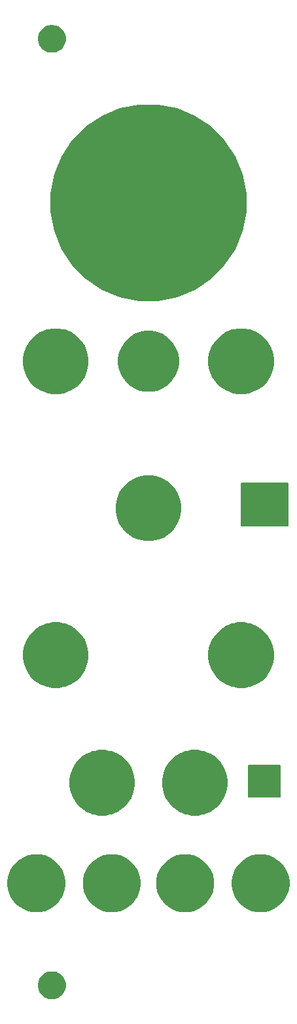
<source format=gbs>
G04 #@! TF.GenerationSoftware,KiCad,Pcbnew,(5.0.2)-1*
G04 #@! TF.CreationDate,2019-04-06T19:17:51+02:00*
G04 #@! TF.ProjectId,Corona_panel,436f726f-6e61-45f7-9061-6e656c2e6b69,1*
G04 #@! TF.SameCoordinates,Original*
G04 #@! TF.FileFunction,Soldermask,Bot*
G04 #@! TF.FilePolarity,Negative*
%FSLAX46Y46*%
G04 Gerber Fmt 4.6, Leading zero omitted, Abs format (unit mm)*
G04 Created by KiCad (PCBNEW (5.0.2)-1) date 6-4-2019 19:17:51*
%MOMM*%
%LPD*%
G01*
G04 APERTURE LIST*
%ADD10C,0.150000*%
%ADD11C,0.100000*%
G04 APERTURE END LIST*
D10*
G36*
X33000000Y-97000000D02*
X37000000Y-97000000D01*
X37000000Y-101000000D01*
X33000000Y-101000000D01*
X33000000Y-97000000D01*
G37*
X33000000Y-97000000D02*
X37000000Y-97000000D01*
X37000000Y-101000000D01*
X33000000Y-101000000D01*
X33000000Y-97000000D01*
G36*
X32000000Y-60500000D02*
X38000000Y-60500000D01*
X38000000Y-66000000D01*
X32000000Y-66000000D01*
X32000000Y-60500000D01*
G37*
X32000000Y-60500000D02*
X38000000Y-60500000D01*
X38000000Y-66000000D01*
X32000000Y-66000000D01*
X32000000Y-60500000D01*
D11*
G36*
X7909122Y-123646115D02*
X8025041Y-123669173D01*
X8352620Y-123804861D01*
X8643511Y-123999228D01*
X8647436Y-124001851D01*
X8898149Y-124252564D01*
X9095140Y-124547382D01*
X9230827Y-124874960D01*
X9300000Y-125222714D01*
X9300000Y-125577286D01*
X9230827Y-125925040D01*
X9095140Y-126252618D01*
X8898149Y-126547436D01*
X8647436Y-126798149D01*
X8647433Y-126798151D01*
X8352620Y-126995139D01*
X8025041Y-127130827D01*
X7909122Y-127153885D01*
X7677286Y-127200000D01*
X7322714Y-127200000D01*
X7090878Y-127153885D01*
X6974959Y-127130827D01*
X6647380Y-126995139D01*
X6352567Y-126798151D01*
X6352564Y-126798149D01*
X6101851Y-126547436D01*
X5904860Y-126252618D01*
X5769173Y-125925040D01*
X5700000Y-125577286D01*
X5700000Y-125222714D01*
X5769173Y-124874960D01*
X5904860Y-124547382D01*
X6101851Y-124252564D01*
X6352564Y-124001851D01*
X6356489Y-123999228D01*
X6647380Y-123804861D01*
X6974959Y-123669173D01*
X7090878Y-123646115D01*
X7322714Y-123600000D01*
X7677286Y-123600000D01*
X7909122Y-123646115D01*
X7909122Y-123646115D01*
G37*
G36*
X34972440Y-108470507D02*
X35593835Y-108594110D01*
X36276291Y-108876793D01*
X36890486Y-109287185D01*
X37412815Y-109809514D01*
X37823207Y-110423709D01*
X38105890Y-111106165D01*
X38250000Y-111830657D01*
X38250000Y-112569343D01*
X38105890Y-113293835D01*
X37823207Y-113976291D01*
X37412815Y-114590486D01*
X36890486Y-115112815D01*
X36276291Y-115523207D01*
X35593835Y-115805890D01*
X34972440Y-115929493D01*
X34869344Y-115950000D01*
X34130656Y-115950000D01*
X34027560Y-115929493D01*
X33406165Y-115805890D01*
X32723709Y-115523207D01*
X32109514Y-115112815D01*
X31587185Y-114590486D01*
X31176793Y-113976291D01*
X30894110Y-113293835D01*
X30750000Y-112569343D01*
X30750000Y-111830657D01*
X30894110Y-111106165D01*
X31176793Y-110423709D01*
X31587185Y-109809514D01*
X32109514Y-109287185D01*
X32723709Y-108876793D01*
X33406165Y-108594110D01*
X34027560Y-108470507D01*
X34130656Y-108450000D01*
X34869344Y-108450000D01*
X34972440Y-108470507D01*
X34972440Y-108470507D01*
G37*
G36*
X15722440Y-108470507D02*
X16343835Y-108594110D01*
X17026291Y-108876793D01*
X17640486Y-109287185D01*
X18162815Y-109809514D01*
X18573207Y-110423709D01*
X18855890Y-111106165D01*
X19000000Y-111830657D01*
X19000000Y-112569343D01*
X18855890Y-113293835D01*
X18573207Y-113976291D01*
X18162815Y-114590486D01*
X17640486Y-115112815D01*
X17026291Y-115523207D01*
X16343835Y-115805890D01*
X15722440Y-115929493D01*
X15619344Y-115950000D01*
X14880656Y-115950000D01*
X14777560Y-115929493D01*
X14156165Y-115805890D01*
X13473709Y-115523207D01*
X12859514Y-115112815D01*
X12337185Y-114590486D01*
X11926793Y-113976291D01*
X11644110Y-113293835D01*
X11500000Y-112569343D01*
X11500000Y-111830657D01*
X11644110Y-111106165D01*
X11926793Y-110423709D01*
X12337185Y-109809514D01*
X12859514Y-109287185D01*
X13473709Y-108876793D01*
X14156165Y-108594110D01*
X14777560Y-108470507D01*
X14880656Y-108450000D01*
X15619344Y-108450000D01*
X15722440Y-108470507D01*
X15722440Y-108470507D01*
G37*
G36*
X5972440Y-108470507D02*
X6593835Y-108594110D01*
X7276291Y-108876793D01*
X7890486Y-109287185D01*
X8412815Y-109809514D01*
X8823207Y-110423709D01*
X9105890Y-111106165D01*
X9250000Y-111830657D01*
X9250000Y-112569343D01*
X9105890Y-113293835D01*
X8823207Y-113976291D01*
X8412815Y-114590486D01*
X7890486Y-115112815D01*
X7276291Y-115523207D01*
X6593835Y-115805890D01*
X5972440Y-115929493D01*
X5869344Y-115950000D01*
X5130656Y-115950000D01*
X5027560Y-115929493D01*
X4406165Y-115805890D01*
X3723709Y-115523207D01*
X3109514Y-115112815D01*
X2587185Y-114590486D01*
X2176793Y-113976291D01*
X1894110Y-113293835D01*
X1750000Y-112569343D01*
X1750000Y-111830657D01*
X1894110Y-111106165D01*
X2176793Y-110423709D01*
X2587185Y-109809514D01*
X3109514Y-109287185D01*
X3723709Y-108876793D01*
X4406165Y-108594110D01*
X5027560Y-108470507D01*
X5130656Y-108450000D01*
X5869344Y-108450000D01*
X5972440Y-108470507D01*
X5972440Y-108470507D01*
G37*
G36*
X25222440Y-108470507D02*
X25843835Y-108594110D01*
X26526291Y-108876793D01*
X27140486Y-109287185D01*
X27662815Y-109809514D01*
X28073207Y-110423709D01*
X28355890Y-111106165D01*
X28500000Y-111830657D01*
X28500000Y-112569343D01*
X28355890Y-113293835D01*
X28073207Y-113976291D01*
X27662815Y-114590486D01*
X27140486Y-115112815D01*
X26526291Y-115523207D01*
X25843835Y-115805890D01*
X25222440Y-115929493D01*
X25119344Y-115950000D01*
X24380656Y-115950000D01*
X24277560Y-115929493D01*
X23656165Y-115805890D01*
X22973709Y-115523207D01*
X22359514Y-115112815D01*
X21837185Y-114590486D01*
X21426793Y-113976291D01*
X21144110Y-113293835D01*
X21000000Y-112569343D01*
X21000000Y-111830657D01*
X21144110Y-111106165D01*
X21426793Y-110423709D01*
X21837185Y-109809514D01*
X22359514Y-109287185D01*
X22973709Y-108876793D01*
X23656165Y-108594110D01*
X24277560Y-108470507D01*
X24380656Y-108450000D01*
X25119344Y-108450000D01*
X25222440Y-108470507D01*
X25222440Y-108470507D01*
G37*
G36*
X14965982Y-95058883D02*
X15239679Y-95113325D01*
X15560052Y-95246028D01*
X16013129Y-95433698D01*
X16709220Y-95898811D01*
X17301189Y-96490780D01*
X17766302Y-97186871D01*
X18086675Y-97960322D01*
X18250000Y-98781410D01*
X18250000Y-99618590D01*
X18086675Y-100439678D01*
X17766302Y-101213129D01*
X17301189Y-101909220D01*
X16709220Y-102501189D01*
X16013129Y-102966302D01*
X15560052Y-103153972D01*
X15239679Y-103286675D01*
X14965982Y-103341117D01*
X14418590Y-103450000D01*
X13581410Y-103450000D01*
X13034018Y-103341117D01*
X12760321Y-103286675D01*
X12439948Y-103153972D01*
X11986871Y-102966302D01*
X11290780Y-102501189D01*
X10698811Y-101909220D01*
X10233698Y-101213129D01*
X9913325Y-100439678D01*
X9750000Y-99618590D01*
X9750000Y-98781410D01*
X9913325Y-97960322D01*
X10233698Y-97186871D01*
X10698811Y-96490780D01*
X11290780Y-95898811D01*
X11986871Y-95433698D01*
X12439948Y-95246028D01*
X12760321Y-95113325D01*
X13034018Y-95058883D01*
X13581410Y-94950000D01*
X14418590Y-94950000D01*
X14965982Y-95058883D01*
X14965982Y-95058883D01*
G37*
G36*
X26965982Y-95058883D02*
X27239679Y-95113325D01*
X27560052Y-95246028D01*
X28013129Y-95433698D01*
X28709220Y-95898811D01*
X29301189Y-96490780D01*
X29766302Y-97186871D01*
X30086675Y-97960322D01*
X30250000Y-98781410D01*
X30250000Y-99618590D01*
X30086675Y-100439678D01*
X29766302Y-101213129D01*
X29301189Y-101909220D01*
X28709220Y-102501189D01*
X28013129Y-102966302D01*
X27560052Y-103153972D01*
X27239679Y-103286675D01*
X26965982Y-103341117D01*
X26418590Y-103450000D01*
X25581410Y-103450000D01*
X25034018Y-103341117D01*
X24760321Y-103286675D01*
X24439948Y-103153972D01*
X23986871Y-102966302D01*
X23290780Y-102501189D01*
X22698811Y-101909220D01*
X22233698Y-101213129D01*
X21913325Y-100439678D01*
X21750000Y-99618590D01*
X21750000Y-98781410D01*
X21913325Y-97960322D01*
X22233698Y-97186871D01*
X22698811Y-96490780D01*
X23290780Y-95898811D01*
X23986871Y-95433698D01*
X24439948Y-95246028D01*
X24760321Y-95113325D01*
X25034018Y-95058883D01*
X25581410Y-94950000D01*
X26418590Y-94950000D01*
X26965982Y-95058883D01*
X26965982Y-95058883D01*
G37*
G36*
X32965982Y-78558883D02*
X33239679Y-78613325D01*
X33560052Y-78746028D01*
X34013129Y-78933698D01*
X34709220Y-79398811D01*
X35301189Y-79990780D01*
X35766302Y-80686871D01*
X36086675Y-81460322D01*
X36250000Y-82281410D01*
X36250000Y-83118590D01*
X36086675Y-83939678D01*
X35766302Y-84713129D01*
X35301189Y-85409220D01*
X34709220Y-86001189D01*
X34013129Y-86466302D01*
X33560052Y-86653972D01*
X33239679Y-86786675D01*
X32965982Y-86841117D01*
X32418590Y-86950000D01*
X31581410Y-86950000D01*
X31034018Y-86841117D01*
X30760321Y-86786675D01*
X30439948Y-86653972D01*
X29986871Y-86466302D01*
X29290780Y-86001189D01*
X28698811Y-85409220D01*
X28233698Y-84713129D01*
X27913325Y-83939678D01*
X27750000Y-83118590D01*
X27750000Y-82281410D01*
X27913325Y-81460322D01*
X28233698Y-80686871D01*
X28698811Y-79990780D01*
X29290780Y-79398811D01*
X29986871Y-78933698D01*
X30439948Y-78746028D01*
X30760321Y-78613325D01*
X31034018Y-78558883D01*
X31581410Y-78450000D01*
X32418590Y-78450000D01*
X32965982Y-78558883D01*
X32965982Y-78558883D01*
G37*
G36*
X8965982Y-78558883D02*
X9239679Y-78613325D01*
X9560052Y-78746028D01*
X10013129Y-78933698D01*
X10709220Y-79398811D01*
X11301189Y-79990780D01*
X11766302Y-80686871D01*
X12086675Y-81460322D01*
X12250000Y-82281410D01*
X12250000Y-83118590D01*
X12086675Y-83939678D01*
X11766302Y-84713129D01*
X11301189Y-85409220D01*
X10709220Y-86001189D01*
X10013129Y-86466302D01*
X9560052Y-86653972D01*
X9239679Y-86786675D01*
X8965982Y-86841117D01*
X8418590Y-86950000D01*
X7581410Y-86950000D01*
X7034018Y-86841117D01*
X6760321Y-86786675D01*
X6439948Y-86653972D01*
X5986871Y-86466302D01*
X5290780Y-86001189D01*
X4698811Y-85409220D01*
X4233698Y-84713129D01*
X3913325Y-83939678D01*
X3750000Y-83118590D01*
X3750000Y-82281410D01*
X3913325Y-81460322D01*
X4233698Y-80686871D01*
X4698811Y-79990780D01*
X5290780Y-79398811D01*
X5986871Y-78933698D01*
X6439948Y-78746028D01*
X6760321Y-78613325D01*
X7034018Y-78558883D01*
X7581410Y-78450000D01*
X8418590Y-78450000D01*
X8965982Y-78558883D01*
X8965982Y-78558883D01*
G37*
G36*
X20965982Y-59558883D02*
X21239679Y-59613325D01*
X21560052Y-59746028D01*
X22013129Y-59933698D01*
X22709220Y-60398811D01*
X23301189Y-60990780D01*
X23766302Y-61686871D01*
X24086675Y-62460322D01*
X24250000Y-63281410D01*
X24250000Y-64118590D01*
X24086675Y-64939678D01*
X23766302Y-65713129D01*
X23301189Y-66409220D01*
X22709220Y-67001189D01*
X22013129Y-67466302D01*
X21560052Y-67653972D01*
X21239679Y-67786675D01*
X20965982Y-67841117D01*
X20418590Y-67950000D01*
X19581410Y-67950000D01*
X19034018Y-67841117D01*
X18760321Y-67786675D01*
X18439948Y-67653972D01*
X17986871Y-67466302D01*
X17290780Y-67001189D01*
X16698811Y-66409220D01*
X16233698Y-65713129D01*
X15913325Y-64939678D01*
X15750000Y-64118590D01*
X15750000Y-63281410D01*
X15913325Y-62460322D01*
X16233698Y-61686871D01*
X16698811Y-60990780D01*
X17290780Y-60398811D01*
X17986871Y-59933698D01*
X18439948Y-59746028D01*
X18760321Y-59613325D01*
X19034018Y-59558883D01*
X19581410Y-59450000D01*
X20418590Y-59450000D01*
X20965982Y-59558883D01*
X20965982Y-59558883D01*
G37*
G36*
X8965982Y-40558883D02*
X9239679Y-40613325D01*
X9560052Y-40746028D01*
X10013129Y-40933698D01*
X10709220Y-41398811D01*
X11301189Y-41990780D01*
X11766302Y-42686871D01*
X12086675Y-43460322D01*
X12250000Y-44281410D01*
X12250000Y-45118590D01*
X12086675Y-45939678D01*
X11766302Y-46713129D01*
X11301189Y-47409220D01*
X10709220Y-48001189D01*
X10013129Y-48466302D01*
X9569642Y-48650000D01*
X9239679Y-48786675D01*
X8965982Y-48841117D01*
X8418590Y-48950000D01*
X7581410Y-48950000D01*
X7034018Y-48841117D01*
X6760321Y-48786675D01*
X6430358Y-48650000D01*
X5986871Y-48466302D01*
X5290780Y-48001189D01*
X4698811Y-47409220D01*
X4233698Y-46713129D01*
X3913325Y-45939678D01*
X3750000Y-45118590D01*
X3750000Y-44281410D01*
X3913325Y-43460322D01*
X4233698Y-42686871D01*
X4698811Y-41990780D01*
X5290780Y-41398811D01*
X5986871Y-40933698D01*
X6439948Y-40746028D01*
X6760321Y-40613325D01*
X7034018Y-40558883D01*
X7581410Y-40450000D01*
X8418590Y-40450000D01*
X8965982Y-40558883D01*
X8965982Y-40558883D01*
G37*
G36*
X32965982Y-40558883D02*
X33239679Y-40613325D01*
X33560052Y-40746028D01*
X34013129Y-40933698D01*
X34709220Y-41398811D01*
X35301189Y-41990780D01*
X35766302Y-42686871D01*
X36086675Y-43460322D01*
X36250000Y-44281410D01*
X36250000Y-45118590D01*
X36086675Y-45939678D01*
X35766302Y-46713129D01*
X35301189Y-47409220D01*
X34709220Y-48001189D01*
X34013129Y-48466302D01*
X33569642Y-48650000D01*
X33239679Y-48786675D01*
X32965982Y-48841117D01*
X32418590Y-48950000D01*
X31581410Y-48950000D01*
X31034018Y-48841117D01*
X30760321Y-48786675D01*
X30430358Y-48650000D01*
X29986871Y-48466302D01*
X29290780Y-48001189D01*
X28698811Y-47409220D01*
X28233698Y-46713129D01*
X27913325Y-45939678D01*
X27750000Y-45118590D01*
X27750000Y-44281410D01*
X27913325Y-43460322D01*
X28233698Y-42686871D01*
X28698811Y-41990780D01*
X29290780Y-41398811D01*
X29986871Y-40933698D01*
X30439948Y-40746028D01*
X30760321Y-40613325D01*
X31034018Y-40558883D01*
X31581410Y-40450000D01*
X32418590Y-40450000D01*
X32965982Y-40558883D01*
X32965982Y-40558883D01*
G37*
G36*
X21152172Y-40901796D02*
X21871025Y-41199555D01*
X22517981Y-41631837D01*
X23068163Y-42182019D01*
X23500445Y-42828975D01*
X23798204Y-43547828D01*
X23950000Y-44310958D01*
X23950000Y-45089042D01*
X23798204Y-45852172D01*
X23500445Y-46571025D01*
X23068163Y-47217981D01*
X22517981Y-47768163D01*
X21871025Y-48200445D01*
X21152172Y-48498204D01*
X20389042Y-48650000D01*
X19610958Y-48650000D01*
X18847828Y-48498204D01*
X18128975Y-48200445D01*
X17482019Y-47768163D01*
X16931837Y-47217981D01*
X16499555Y-46571025D01*
X16201796Y-45852172D01*
X16050000Y-45089042D01*
X16050000Y-44310958D01*
X16201796Y-43547828D01*
X16499555Y-42828975D01*
X16931837Y-42182019D01*
X17482019Y-41631837D01*
X18128975Y-41199555D01*
X18847828Y-40901796D01*
X19610958Y-40750000D01*
X20389042Y-40750000D01*
X21152172Y-40901796D01*
X21152172Y-40901796D01*
G37*
G36*
X23704453Y-11988053D02*
X26015705Y-12945405D01*
X28095781Y-14335268D01*
X29864732Y-16104219D01*
X31254595Y-18184295D01*
X32211947Y-20495547D01*
X32700000Y-22949158D01*
X32700000Y-25450842D01*
X32211947Y-27904453D01*
X31254595Y-30215705D01*
X29864732Y-32295781D01*
X28095781Y-34064732D01*
X26015705Y-35454595D01*
X23704453Y-36411947D01*
X21250842Y-36900000D01*
X18749158Y-36900000D01*
X16295547Y-36411947D01*
X13984295Y-35454595D01*
X11904219Y-34064732D01*
X10135268Y-32295781D01*
X8745405Y-30215705D01*
X7788053Y-27904453D01*
X7300000Y-25450842D01*
X7300000Y-22949158D01*
X7788053Y-20495547D01*
X8745405Y-18184295D01*
X10135268Y-16104219D01*
X11904219Y-14335268D01*
X13984295Y-12945405D01*
X16295547Y-11988053D01*
X18749158Y-11500000D01*
X21250842Y-11500000D01*
X23704453Y-11988053D01*
X23704453Y-11988053D01*
G37*
G36*
X7909122Y-1246115D02*
X8025041Y-1269173D01*
X8352620Y-1404861D01*
X8643511Y-1599228D01*
X8647436Y-1601851D01*
X8898149Y-1852564D01*
X9095140Y-2147382D01*
X9230827Y-2474960D01*
X9300000Y-2822714D01*
X9300000Y-3177286D01*
X9230827Y-3525040D01*
X9095140Y-3852618D01*
X8898149Y-4147436D01*
X8647436Y-4398149D01*
X8647433Y-4398151D01*
X8352620Y-4595139D01*
X8025041Y-4730827D01*
X7909122Y-4753885D01*
X7677286Y-4800000D01*
X7322714Y-4800000D01*
X7090878Y-4753885D01*
X6974959Y-4730827D01*
X6647380Y-4595139D01*
X6352567Y-4398151D01*
X6352564Y-4398149D01*
X6101851Y-4147436D01*
X5904860Y-3852618D01*
X5769173Y-3525040D01*
X5700000Y-3177286D01*
X5700000Y-2822714D01*
X5769173Y-2474960D01*
X5904860Y-2147382D01*
X6101851Y-1852564D01*
X6352564Y-1601851D01*
X6356489Y-1599228D01*
X6647380Y-1404861D01*
X6974959Y-1269173D01*
X7090878Y-1246115D01*
X7322714Y-1200000D01*
X7677286Y-1200000D01*
X7909122Y-1246115D01*
X7909122Y-1246115D01*
G37*
M02*

</source>
